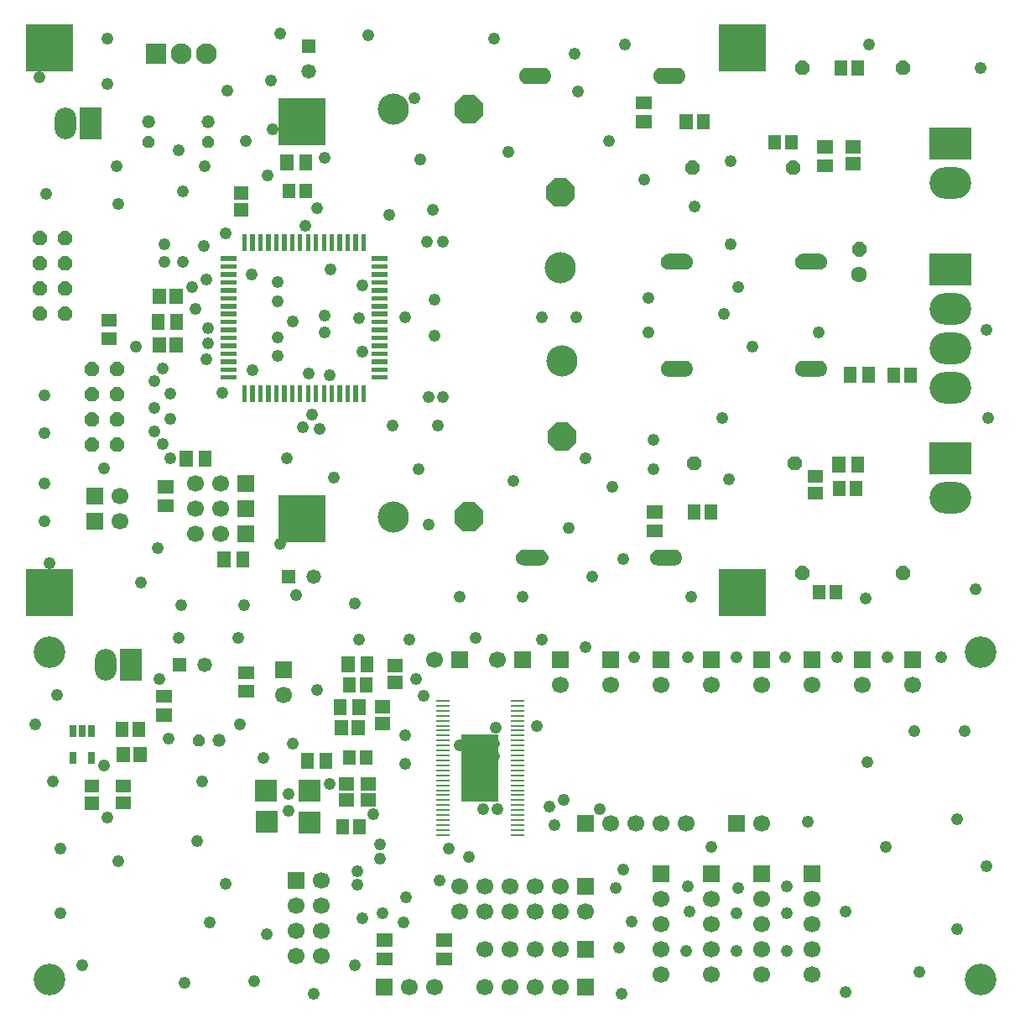
<source format=gts>
G04 DipTrace 2.3.1.0*
%INamp_tas5631.gts*%
%MOIN*%
%ADD30C,0.052*%
%ADD31C,0.124*%
%ADD32C,0.063*%
%ADD42R,0.058X0.011*%
%ADD43R,0.145X0.267*%
%ADD54C,0.126*%
%ADD61C,0.0479*%
%ADD62R,0.063X0.0531*%
%ADD64O,0.1654X0.126*%
%ADD66R,0.1654X0.126*%
%ADD68O,0.0866X0.126*%
%ADD70R,0.0866X0.126*%
%ADD72C,0.0827*%
%ADD73C,0.0669*%
%ADD74R,0.0827X0.0827*%
%ADD75R,0.0669X0.0669*%
%ADD80R,0.0315X0.0512*%
%ADD82R,0.0866X0.0866*%
%ADD84R,0.185X0.185*%
%ADD88R,0.0579X0.0579*%
%ADD90C,0.0579*%
%FSLAX44Y44*%
G04*
G70*
G90*
G75*
G01*
%LNTopMask*%
%LPD*%
D61*
X9688Y-29375D3*
X9245Y-10192D3*
X12500Y-18250D3*
X11375Y-8250D3*
X11938Y-16312D3*
X13625Y-13250D3*
X12375Y-10000D3*
X15312Y-11875D3*
X13500Y-11938D3*
X7438Y-10375D3*
X6875Y-10687D3*
X7500Y-12313D3*
Y-12937D3*
X7313Y-9063D3*
X11250Y-16250D3*
X11625Y-15750D3*
X8182Y-8559D3*
X9000Y-4875D3*
X9875Y-6250D3*
X12313Y-14188D3*
X10250Y-12687D3*
Y-13437D3*
X12125Y-11813D3*
X9250Y-14000D3*
X10250Y-10500D3*
Y-11250D3*
X11500Y-14125D3*
X15688Y-3188D3*
X10625Y-17500D3*
X20750Y-11875D3*
X7000Y-11563D3*
X13625Y-10625D3*
X11812Y-7562D3*
X12125Y-5562D3*
X10000Y-2500D3*
X3500Y-2625D3*
X25188Y-16750D3*
Y-17938D3*
X21813Y-20250D3*
X25000Y-11125D3*
X10062Y-4438D3*
X3500Y-813D3*
X10375Y-625D3*
X8250Y-2875D3*
X25000Y-12500D3*
X31750D3*
X28000Y-11750D3*
X22125Y-11875D3*
X15875Y-17938D3*
X15938Y-5625D3*
X3875Y-5875D3*
X22750Y-22188D3*
X6313Y-5250D3*
X6500Y-6875D3*
X7375Y-5875D3*
X1063Y-7000D3*
X3938Y-7375D3*
X19625Y-18375D3*
X16688Y-34250D3*
X15250Y-35938D3*
X7438Y-13563D3*
X6000Y-15937D3*
Y-14937D3*
X6437Y-23313D3*
X8938D3*
X11000Y-22937D3*
X5500Y-21062D3*
X14312Y-32813D3*
X10875Y-12062D3*
X19438Y-5313D3*
X27938Y-15875D3*
X21062Y-31313D3*
X4625Y-13063D3*
X5750Y-9000D3*
X16250Y-20125D3*
X28188Y-18313D3*
X16813Y-15063D3*
X16250D3*
X16813Y-8875D3*
X16188D3*
X28563Y-10688D3*
X29125Y-13063D3*
X28250Y-9000D3*
Y-5688D3*
X26813Y-7500D3*
X24063Y-1063D3*
X33750D3*
X38188Y-2000D3*
X18875Y-813D3*
X17500Y-23000D3*
X787Y-2362D3*
X1181Y-21654D3*
X5687Y-16938D3*
X5375Y-16438D3*
Y-15500D3*
X5687Y-13938D3*
X5375Y-14438D3*
X26563Y-34500D3*
X23438Y-4875D3*
X24813Y-6437D3*
X23563Y-18625D3*
X8063Y-14875D3*
X12125Y-12500D3*
X16500Y-12625D3*
Y-11188D3*
X16625Y-16188D3*
X14813D3*
X16438Y-7625D3*
X14688Y-7813D3*
X5750Y-9688D3*
X6500D3*
X26625Y-35500D3*
X13875Y-688D3*
X22062Y-1438D3*
X22188Y-2938D3*
X38438Y-12375D3*
X22500Y-17500D3*
X24000Y-21500D3*
X26688Y-23000D3*
X20000D3*
X13313Y-23250D3*
X10375Y-20875D3*
X3375Y-17875D3*
X4813Y-22438D3*
X6000Y-17500D3*
X1000Y-15000D3*
Y-16500D3*
Y-18500D3*
Y-20000D3*
X14313Y-33375D3*
X13438Y-33875D3*
Y-34438D3*
X15375Y-34938D3*
X15312Y-28500D3*
X17500Y-28875D3*
X20563Y-28125D3*
X18938Y-28188D3*
X19000Y-31438D3*
X17063Y-33000D3*
X10688Y-31500D3*
X10875Y-28813D3*
X15312Y-29625D3*
X28500Y-35563D3*
X30500D3*
X12313Y-30438D3*
X14063Y-31625D3*
X18875Y-28813D3*
X21625Y-31063D3*
X17875Y-33313D3*
X21250Y-32063D3*
X8750Y-28063D3*
X18875Y-29313D3*
X16062Y-26938D3*
X18062Y-28750D3*
X15750Y-26250D3*
X6312Y-24625D3*
X11813Y-26688D3*
X8688Y-24625D3*
X23062Y-31437D3*
X10688Y-30813D3*
X23938Y-38750D3*
X24312Y-35875D3*
X28500Y-37063D3*
X28563Y-34563D3*
X27500Y-32938D3*
X30500Y-37063D3*
X26500D3*
X31313Y-31938D3*
X1625Y-33000D3*
X3500Y-31750D3*
X7062Y-32687D3*
X1625Y-35563D3*
X38438Y-33688D3*
X33688Y-29563D3*
X23813Y-36938D3*
X24000Y-33813D3*
X13500Y-24688D3*
X15500D3*
X9813Y-36375D3*
X3938Y-33500D3*
X9313Y-38250D3*
X1313Y-30313D3*
X625Y-28063D3*
X1500Y-26875D3*
X18437Y-31438D3*
X13625Y-35750D3*
X32500Y-25375D3*
X34500D3*
X30438D3*
X28500D3*
X26563D3*
X24438D3*
X22500Y-25000D3*
X20750Y-24688D3*
X18125Y-24625D3*
X36625Y-25375D3*
X35563Y-28313D3*
X33625Y-23063D3*
X32813Y-38688D3*
X38500Y-15875D3*
X38000Y-22688D3*
X37563Y-28313D3*
X30500Y-34500D3*
X37250Y-36188D3*
X7250Y-30313D3*
X32812Y-35500D3*
X5938Y-28625D3*
X5563Y-26250D3*
X3375Y-29688D3*
X8188Y-34375D3*
X34438Y-32938D3*
X35750Y-37875D3*
X37250Y-31813D3*
X23688Y-34563D3*
X14438Y-35563D3*
X13313Y-37625D3*
X11687Y-38750D3*
X6563Y-38313D3*
X2500Y-37625D3*
X7563Y-35938D3*
G36*
X4494Y-28545D2*
X5006D1*
Y-27955D1*
X4494D1*
Y-28545D1*
G37*
G36*
X3825D2*
X4337D1*
Y-27955D1*
X3825D1*
Y-28545D1*
G37*
G36*
X4381Y-28955D2*
X3869D1*
Y-29545D1*
X4381D1*
Y-28955D1*
G37*
G36*
X5050D2*
X4538D1*
Y-29545D1*
X5050D1*
Y-28955D1*
G37*
G36*
X2580Y-30932D2*
Y-31443D1*
X3170D1*
Y-30932D1*
X2580D1*
G37*
G36*
Y-30262D2*
Y-30774D1*
X3170D1*
Y-30262D1*
X2580D1*
G37*
G36*
X4420Y-30756D2*
Y-30244D1*
X3830D1*
Y-30756D1*
X4420D1*
G37*
G36*
Y-31425D2*
Y-30913D1*
X3830D1*
Y-31425D1*
X4420D1*
G37*
D30*
X7938Y-28688D3*
G36*
X6897Y-28588D2*
X7038Y-28447D1*
X7237D1*
X7378Y-28588D1*
Y-28787D1*
X7237Y-28928D1*
X7038D1*
X6897Y-28787D1*
Y-28588D1*
G37*
G36*
X14142Y-27766D2*
Y-28278D1*
X14733D1*
Y-27766D1*
X14142D1*
G37*
G36*
Y-27097D2*
Y-27609D1*
X14733D1*
Y-27097D1*
X14142D1*
G37*
G36*
X13516Y-26795D2*
X14028D1*
Y-26205D1*
X13516D1*
Y-26795D1*
G37*
G36*
X12847D2*
X13359D1*
Y-26205D1*
X12847D1*
Y-26795D1*
G37*
G36*
X13204Y-28483D2*
X13716D1*
Y-27892D1*
X13204D1*
Y-28483D1*
G37*
G36*
X12534D2*
X13046D1*
Y-27892D1*
X12534D1*
Y-28483D1*
G37*
G36*
X14642Y-26141D2*
Y-26653D1*
X15233D1*
Y-26141D1*
X14642D1*
G37*
G36*
Y-25472D2*
Y-25984D1*
X15233D1*
Y-25472D1*
X14642D1*
G37*
G36*
X13516Y-29670D2*
X14028D1*
Y-29080D1*
X13516D1*
Y-29670D1*
G37*
G36*
X12847D2*
X13359D1*
Y-29080D1*
X12847D1*
Y-29670D1*
G37*
G36*
X13109Y-31830D2*
X12597D1*
Y-32420D1*
X13109D1*
Y-31830D1*
G37*
G36*
X13778D2*
X13266D1*
Y-32420D1*
X13778D1*
Y-31830D1*
G37*
D30*
X5125Y-4125D3*
G36*
X5225Y-5165D2*
X5365Y-5025D1*
Y-4826D1*
X5225Y-4685D1*
X5025D1*
X4885Y-4826D1*
Y-5025D1*
X5025Y-5165D1*
X5225D1*
G37*
D30*
X7500Y-4125D3*
G36*
X7599Y-5165D2*
X7740Y-5025D1*
Y-4826D1*
X7599Y-4685D1*
X7400D1*
X7260Y-4826D1*
Y-5025D1*
X7400Y-5165D1*
X7599D1*
G37*
D31*
X14870Y-3621D3*
G36*
X18443Y-3384D2*
X18108Y-3048D1*
X17633D1*
X17298Y-3384D1*
Y-3858D1*
X17633Y-4194D1*
X18108D1*
X18443Y-3858D1*
Y-3384D1*
G37*
D31*
X21496Y-9934D3*
G36*
X21259Y-6361D2*
X20923Y-6697D1*
Y-7172D1*
X21259Y-7507D1*
X21733D1*
X22069Y-7172D1*
Y-6697D1*
X21733Y-6361D1*
X21259D1*
G37*
D32*
X33375Y-10188D3*
G36*
X33254Y-8896D2*
X33084Y-9067D1*
Y-9308D1*
X33254Y-9479D1*
X33496D1*
X33666Y-9308D1*
Y-9067D1*
X33496Y-8896D1*
X33254D1*
G37*
G36*
X35006Y-13892D2*
X34494D1*
Y-14483D1*
X35006D1*
Y-13892D1*
G37*
G36*
X35675D2*
X35163D1*
Y-14483D1*
X35675D1*
Y-13892D1*
G37*
G36*
X8517Y-7369D2*
Y-7881D1*
X9108D1*
Y-7369D1*
X8517D1*
G37*
G36*
Y-6700D2*
Y-7212D1*
X9108D1*
Y-6700D1*
X8517D1*
G37*
G36*
X5819Y-10767D2*
X5307D1*
Y-11358D1*
X5819D1*
Y-10767D1*
G37*
G36*
X6488D2*
X5976D1*
Y-11358D1*
X6488D1*
Y-10767D1*
G37*
G36*
X11119Y-7170D2*
X11631D1*
Y-6580D1*
X11119D1*
Y-7170D1*
G37*
G36*
X10450D2*
X10961D1*
Y-6580D1*
X10450D1*
Y-7170D1*
G37*
G36*
X5818Y-12705D2*
X5307D1*
Y-13295D1*
X5818D1*
Y-12705D1*
G37*
G36*
X6488D2*
X5976D1*
Y-13295D1*
X6488D1*
Y-12705D1*
G37*
G36*
X31380Y-1854D2*
X31217Y-1691D1*
X30988D1*
X30825Y-1854D1*
Y-2083D1*
X30988Y-2246D1*
X31217D1*
X31380Y-2083D1*
Y-1854D1*
G37*
G36*
X35380D2*
X35217Y-1691D1*
X34988D1*
X34825Y-1854D1*
Y-2083D1*
X34988Y-2246D1*
X35217D1*
X35380Y-2083D1*
Y-1854D1*
G37*
G36*
X33057Y-2295D2*
X33568D1*
Y-1705D1*
X33057D1*
Y-2295D1*
G37*
G36*
X32387D2*
X32899D1*
Y-1705D1*
X32387D1*
Y-2295D1*
G37*
G36*
X26756Y-3830D2*
X26244D1*
Y-4420D1*
X26756D1*
Y-3830D1*
G37*
G36*
X27425D2*
X26913D1*
Y-4420D1*
X27425D1*
Y-3830D1*
G37*
D31*
X21559Y-13622D3*
G36*
X21796Y-17195D2*
X22131Y-16859D1*
Y-16385D1*
X21796Y-16049D1*
X21321D1*
X20986Y-16385D1*
Y-16859D1*
X21321Y-17195D1*
X21796D1*
G37*
G36*
X33420Y-5381D2*
Y-4869D1*
X32830D1*
Y-5381D1*
X33420D1*
G37*
G36*
Y-6050D2*
Y-5538D1*
X32830D1*
Y-6050D1*
X33420D1*
G37*
G36*
X27027Y-5823D2*
X26865Y-5660D1*
X26635D1*
X26473Y-5823D1*
Y-6052D1*
X26635Y-6215D1*
X26865D1*
X27027Y-6052D1*
Y-5823D1*
G37*
G36*
X31027D2*
X30865Y-5660D1*
X30635D1*
X30473Y-5823D1*
Y-6052D1*
X30635Y-6215D1*
X30865D1*
X31027Y-6052D1*
Y-5823D1*
G37*
G36*
X30432Y-5233D2*
X30943D1*
Y-4642D1*
X30432D1*
Y-5233D1*
G37*
G36*
X29762D2*
X30274D1*
Y-4642D1*
X29762D1*
Y-5233D1*
G37*
G36*
X30535Y-17802D2*
X30698Y-17965D1*
X30927D1*
X31090Y-17802D1*
Y-17573D1*
X30927Y-17410D1*
X30698D1*
X30535Y-17573D1*
Y-17802D1*
G37*
G36*
X26535D2*
X26698Y-17965D1*
X26927D1*
X27090Y-17802D1*
Y-17573D1*
X26927Y-17410D1*
X26698D1*
X26535Y-17573D1*
Y-17802D1*
G37*
G36*
X31330Y-18619D2*
Y-19131D1*
X31920D1*
Y-18619D1*
X31330D1*
G37*
G36*
Y-17950D2*
Y-18462D1*
X31920D1*
Y-17950D1*
X31330D1*
G37*
G36*
X32994Y-18983D2*
X33506D1*
Y-18392D1*
X32994D1*
Y-18983D1*
G37*
G36*
X32325D2*
X32837D1*
Y-18392D1*
X32325D1*
Y-18983D1*
G37*
G36*
X27068Y-19330D2*
X26557D1*
Y-19920D1*
X27068D1*
Y-19330D1*
G37*
G36*
X27738D2*
X27226D1*
Y-19920D1*
X27738D1*
Y-19330D1*
G37*
G36*
X34825Y-22162D2*
X34988Y-22324D1*
X35217D1*
X35380Y-22162D1*
Y-21932D1*
X35217Y-21770D1*
X34988D1*
X34825Y-21932D1*
Y-22162D1*
G37*
G36*
X30825D2*
X30988Y-22324D1*
X31217D1*
X31380Y-22162D1*
Y-21932D1*
X31217Y-21770D1*
X30988D1*
X30825Y-21932D1*
Y-22162D1*
G37*
G36*
X32024Y-22517D2*
X31512D1*
Y-23108D1*
X32024D1*
Y-22517D1*
G37*
G36*
X32693D2*
X32182D1*
Y-23108D1*
X32693D1*
Y-22517D1*
G37*
D31*
X14870Y-19810D3*
G36*
X18443Y-19573D2*
X18108Y-19237D1*
X17633D1*
X17298Y-19573D1*
Y-20047D1*
X17633Y-20383D1*
X18108D1*
X18443Y-20047D1*
Y-19573D1*
G37*
D90*
X7375Y-25687D3*
D88*
X6375D3*
D90*
X11500Y-2125D3*
D88*
Y-1125D3*
D90*
X11688Y-22188D3*
D88*
X10688D3*
D54*
X38189Y-25197D3*
X1181Y-38189D3*
Y-25197D3*
X38189Y-38189D3*
D75*
X14500Y-38500D3*
D73*
X15500D3*
X16500D3*
D75*
X9000Y-18500D3*
D73*
X8000D3*
X7000D3*
D75*
X9000Y-19500D3*
D73*
X8000D3*
X7000D3*
D75*
X9000Y-20500D3*
D73*
X8000D3*
X7000D3*
D75*
X10500Y-25875D3*
D73*
Y-26875D3*
G36*
X20817Y-2629D2*
X20926Y-2610D1*
X21023Y-2554D1*
X21095Y-2469D1*
X21133Y-2364D1*
Y-2253D1*
X21095Y-2148D1*
X21023Y-2063D1*
X20927Y-2007D1*
X20817Y-1987D1*
X20175D1*
X20066Y-2007D1*
X19969Y-2062D1*
X19897Y-2148D1*
X19859Y-2252D1*
Y-2364D1*
X19897Y-2469D1*
X19969Y-2554D1*
X20065Y-2610D1*
X20175Y-2629D1*
X20817D1*
G37*
G36*
X26147D2*
X26257Y-2610D1*
X26354Y-2554D1*
X26425Y-2469D1*
X26464Y-2364D1*
Y-2253D1*
X26426Y-2148D1*
X26354Y-2063D1*
X26258Y-2007D1*
X26148Y-1987D1*
X25506D1*
X25396Y-2007D1*
X25300Y-2062D1*
X25228Y-2148D1*
X25190Y-2252D1*
Y-2364D1*
X25228Y-2469D1*
X25299Y-2554D1*
X25396Y-2610D1*
X25506Y-2629D1*
X26147D1*
G37*
G36*
X26446Y-10008D2*
X26555Y-9989D1*
X26652Y-9933D1*
X26724Y-9848D1*
X26762Y-9743D1*
Y-9632D1*
X26724Y-9527D1*
X26652Y-9442D1*
X26556Y-9386D1*
X26446Y-9367D1*
X25804D1*
X25695Y-9386D1*
X25598Y-9442D1*
X25526Y-9527D1*
X25488Y-9631D1*
Y-9743D1*
X25526Y-9848D1*
X25598Y-9933D1*
X25694Y-9989D1*
X25804Y-10008D1*
X26446D1*
G37*
G36*
X31776D2*
X31886Y-9989D1*
X31983Y-9933D1*
X32054Y-9848D1*
X32093Y-9743D1*
Y-9632D1*
X32055Y-9527D1*
X31983Y-9442D1*
X31887Y-9386D1*
X31777Y-9367D1*
X31135D1*
X31025Y-9386D1*
X30929Y-9442D1*
X30857Y-9527D1*
X30819Y-9631D1*
Y-9743D1*
X30857Y-9848D1*
X30928Y-9933D1*
X31025Y-9989D1*
X31135Y-10008D1*
X31776D1*
G37*
G36*
X26446Y-14258D2*
X26555Y-14239D1*
X26652Y-14183D1*
X26724Y-14098D1*
X26762Y-13993D1*
Y-13882D1*
X26724Y-13777D1*
X26652Y-13692D1*
X26556Y-13636D1*
X26446Y-13617D1*
X25804D1*
X25695Y-13636D1*
X25598Y-13692D1*
X25526Y-13777D1*
X25488Y-13881D1*
Y-13993D1*
X25526Y-14098D1*
X25598Y-14183D1*
X25694Y-14239D1*
X25804Y-14258D1*
X26446D1*
G37*
G36*
X31776D2*
X31886Y-14239D1*
X31983Y-14183D1*
X32054Y-14098D1*
X32093Y-13993D1*
Y-13882D1*
X32055Y-13777D1*
X31983Y-13692D1*
X31887Y-13636D1*
X31777Y-13617D1*
X31135D1*
X31025Y-13636D1*
X30929Y-13692D1*
X30857Y-13777D1*
X30819Y-13881D1*
Y-13993D1*
X30857Y-14098D1*
X30928Y-14183D1*
X31025Y-14239D1*
X31135Y-14258D1*
X31776D1*
G37*
G36*
X20696Y-21758D2*
X20805Y-21739D1*
X20902Y-21683D1*
X20974Y-21598D1*
X21012Y-21493D1*
Y-21382D1*
X20974Y-21277D1*
X20902Y-21192D1*
X20806Y-21136D1*
X20696Y-21117D1*
X20054D1*
X19945Y-21136D1*
X19848Y-21192D1*
X19776Y-21277D1*
X19738Y-21381D1*
Y-21493D1*
X19776Y-21598D1*
X19848Y-21683D1*
X19944Y-21739D1*
X20054Y-21758D1*
X20696D1*
G37*
G36*
X26026D2*
X26136Y-21739D1*
X26233Y-21683D1*
X26304Y-21598D1*
X26343Y-21493D1*
Y-21382D1*
X26305Y-21277D1*
X26233Y-21192D1*
X26137Y-21136D1*
X26027Y-21117D1*
X25385D1*
X25275Y-21136D1*
X25179Y-21192D1*
X25107Y-21277D1*
X25069Y-21381D1*
Y-21493D1*
X25107Y-21598D1*
X25178Y-21683D1*
X25275Y-21739D1*
X25385Y-21758D1*
X26026D1*
G37*
D84*
X28740Y-22835D3*
X11220Y-19882D3*
X28740Y-1181D3*
X1181D3*
Y-22835D3*
X11220Y-4134D3*
D82*
X9821Y-31941D3*
X11537Y-31942D3*
Y-30683D3*
X9805D3*
G36*
X5435Y-27432D2*
Y-27943D1*
X6065D1*
Y-27432D1*
X5435D1*
G37*
G36*
Y-26684D2*
Y-27195D1*
X6065D1*
Y-26684D1*
X5435D1*
G37*
G36*
X13007Y-27060D2*
X12495D1*
Y-27690D1*
X13007D1*
Y-27060D1*
G37*
G36*
X13755D2*
X13243D1*
Y-27690D1*
X13755D1*
Y-27060D1*
G37*
G36*
X13556Y-26002D2*
X14067D1*
Y-25373D1*
X13556D1*
Y-26002D1*
G37*
G36*
X12808D2*
X13319D1*
Y-25373D1*
X12808D1*
Y-26002D1*
G37*
G36*
X9315Y-26256D2*
Y-25744D1*
X8685D1*
Y-26256D1*
X9315D1*
G37*
G36*
Y-27004D2*
Y-26492D1*
X8685D1*
Y-27004D1*
X9315D1*
G37*
G36*
X11931Y-29815D2*
X12442D1*
Y-29185D1*
X11931D1*
Y-29815D1*
G37*
G36*
X11183D2*
X11694D1*
Y-29185D1*
X11183D1*
Y-29815D1*
G37*
G36*
X14185Y-37119D2*
Y-37631D1*
X14815D1*
Y-37119D1*
X14185D1*
G37*
G36*
Y-36371D2*
Y-36883D1*
X14815D1*
Y-36371D1*
X14185D1*
G37*
G36*
X16560Y-37119D2*
Y-37631D1*
X17190D1*
Y-37119D1*
X16560D1*
G37*
G36*
Y-36371D2*
Y-36883D1*
X17190D1*
Y-36371D1*
X16560D1*
G37*
G36*
X33494Y-14502D2*
X34006D1*
Y-13873D1*
X33494D1*
Y-14502D1*
G37*
G36*
X32746D2*
X33258D1*
Y-13873D1*
X32746D1*
Y-14502D1*
G37*
G36*
X11119Y-6065D2*
X11631D1*
Y-5435D1*
X11119D1*
Y-6065D1*
G37*
G36*
X10371D2*
X10883D1*
Y-5435D1*
X10371D1*
Y-6065D1*
G37*
G36*
X5994Y-12377D2*
X6506D1*
Y-11748D1*
X5994D1*
Y-12377D1*
G37*
G36*
X5246D2*
X5758D1*
Y-11748D1*
X5246D1*
Y-12377D1*
G37*
G36*
X3248Y-12494D2*
Y-13006D1*
X3877D1*
Y-12494D1*
X3248D1*
G37*
G36*
Y-11746D2*
Y-12258D1*
X3877D1*
Y-11746D1*
X3248D1*
G37*
G36*
X25127Y-3631D2*
Y-3119D1*
X24498D1*
Y-3631D1*
X25127D1*
G37*
G36*
Y-4379D2*
Y-3867D1*
X24498D1*
Y-4379D1*
X25127D1*
G37*
G36*
X31685Y-5619D2*
Y-6131D1*
X32315D1*
Y-5619D1*
X31685D1*
G37*
G36*
Y-4871D2*
Y-5383D1*
X32315D1*
Y-4871D1*
X31685D1*
G37*
G36*
X7119Y-17815D2*
X7631D1*
Y-17185D1*
X7119D1*
Y-17815D1*
G37*
G36*
X6371D2*
X6883D1*
Y-17185D1*
X6371D1*
Y-17815D1*
G37*
G36*
X32818Y-17435D2*
X32307D1*
Y-18065D1*
X32818D1*
Y-17435D1*
G37*
G36*
X33566D2*
X33055D1*
Y-18065D1*
X33566D1*
Y-17435D1*
G37*
G36*
X6128Y-18882D2*
Y-18370D1*
X5499D1*
Y-18882D1*
X6128D1*
G37*
G36*
Y-19630D2*
Y-19118D1*
X5499D1*
Y-19630D1*
X6128D1*
G37*
G36*
X24935Y-20119D2*
Y-20631D1*
X25565D1*
Y-20119D1*
X24935D1*
G37*
G36*
Y-19371D2*
Y-19883D1*
X25565D1*
Y-19371D1*
X24935D1*
G37*
G36*
X8381Y-21185D2*
X7869D1*
Y-21815D1*
X8381D1*
Y-21185D1*
G37*
G36*
X9129D2*
X8617D1*
Y-21815D1*
X9129D1*
Y-21185D1*
G37*
D80*
X2875Y-28313D3*
X2501D3*
X2127D3*
Y-29375D3*
X2875D3*
D42*
X16812Y-27125D3*
Y-27325D3*
Y-27525D3*
Y-27715D3*
Y-27915D3*
Y-28115D3*
Y-28305D3*
Y-28505D3*
Y-28705D3*
Y-28895D3*
Y-29095D3*
Y-29295D3*
Y-29485D3*
Y-29685D3*
Y-29885D3*
Y-30085D3*
Y-30275D3*
Y-30475D3*
Y-30675D3*
Y-30865D3*
Y-31065D3*
Y-31265D3*
Y-31455D3*
Y-31655D3*
Y-31855D3*
Y-32045D3*
Y-32245D3*
Y-32445D3*
X19792D3*
Y-32245D3*
Y-32045D3*
Y-31855D3*
Y-31655D3*
Y-31455D3*
Y-31265D3*
Y-31065D3*
Y-30865D3*
Y-30675D3*
Y-30475D3*
Y-30275D3*
Y-30085D3*
Y-29885D3*
Y-29685D3*
Y-29485D3*
Y-29295D3*
Y-29095D3*
Y-28895D3*
Y-28705D3*
Y-28505D3*
Y-28305D3*
Y-28115D3*
Y-27915D3*
Y-27715D3*
Y-27525D3*
Y-27325D3*
Y-27125D3*
D43*
X18302Y-29785D3*
D74*
X5438Y-1438D3*
D72*
X6438D3*
X7438D3*
G36*
X8633Y-9472D2*
Y-9652D1*
X7993D1*
Y-9472D1*
X8633D1*
G37*
G36*
Y-9782D2*
Y-9962D1*
X7993D1*
Y-9782D1*
X8633D1*
G37*
G36*
Y-10102D2*
Y-10282D1*
X7993D1*
Y-10102D1*
X8633D1*
G37*
G36*
Y-10412D2*
Y-10592D1*
X7993D1*
Y-10412D1*
X8633D1*
G37*
G36*
Y-10732D2*
Y-10912D1*
X7993D1*
Y-10732D1*
X8633D1*
G37*
G36*
Y-11042D2*
Y-11222D1*
X7993D1*
Y-11042D1*
X8633D1*
G37*
G36*
Y-11362D2*
Y-11542D1*
X7993D1*
Y-11362D1*
X8633D1*
G37*
G36*
Y-11672D2*
Y-11852D1*
X7993D1*
Y-11672D1*
X8633D1*
G37*
G36*
Y-11992D2*
Y-12172D1*
X7993D1*
Y-11992D1*
X8633D1*
G37*
G36*
Y-12302D2*
Y-12482D1*
X7993D1*
Y-12302D1*
X8633D1*
G37*
G36*
Y-12622D2*
Y-12802D1*
X7993D1*
Y-12622D1*
X8633D1*
G37*
G36*
Y-12932D2*
Y-13112D1*
X7993D1*
Y-12932D1*
X8633D1*
G37*
G36*
Y-13252D2*
Y-13432D1*
X7993D1*
Y-13252D1*
X8633D1*
G37*
G36*
Y-13562D2*
Y-13742D1*
X7993D1*
Y-13562D1*
X8633D1*
G37*
G36*
Y-13882D2*
Y-14062D1*
X7993D1*
Y-13882D1*
X8633D1*
G37*
G36*
Y-14192D2*
Y-14372D1*
X7993D1*
Y-14192D1*
X8633D1*
G37*
G36*
X9043Y-15242D2*
X8863D1*
Y-14602D1*
X9043D1*
Y-15242D1*
G37*
G36*
X9353D2*
X9173D1*
Y-14602D1*
X9353D1*
Y-15242D1*
G37*
G36*
X9673D2*
X9493D1*
Y-14602D1*
X9673D1*
Y-15242D1*
G37*
G36*
X9983D2*
X9803D1*
Y-14602D1*
X9983D1*
Y-15242D1*
G37*
G36*
X10303D2*
X10123D1*
Y-14602D1*
X10303D1*
Y-15242D1*
G37*
G36*
X10613D2*
X10433D1*
Y-14602D1*
X10613D1*
Y-15242D1*
G37*
G36*
X10933D2*
X10753D1*
Y-14602D1*
X10933D1*
Y-15242D1*
G37*
G36*
X11243D2*
X11063D1*
Y-14602D1*
X11243D1*
Y-15242D1*
G37*
G36*
X11563D2*
X11383D1*
Y-14602D1*
X11563D1*
Y-15242D1*
G37*
G36*
X11873D2*
X11693D1*
Y-14602D1*
X11873D1*
Y-15242D1*
G37*
G36*
X12193D2*
X12013D1*
Y-14602D1*
X12193D1*
Y-15242D1*
G37*
G36*
X12503D2*
X12323D1*
Y-14602D1*
X12503D1*
Y-15242D1*
G37*
G36*
X12823D2*
X12643D1*
Y-14602D1*
X12823D1*
Y-15242D1*
G37*
G36*
X13133D2*
X12953D1*
Y-14602D1*
X13133D1*
Y-15242D1*
G37*
G36*
X13453D2*
X13273D1*
Y-14602D1*
X13453D1*
Y-15242D1*
G37*
G36*
X13763D2*
X13583D1*
Y-14602D1*
X13763D1*
Y-15242D1*
G37*
G36*
X14633Y-14192D2*
Y-14372D1*
X13993D1*
Y-14192D1*
X14633D1*
G37*
G36*
Y-13882D2*
Y-14062D1*
X13993D1*
Y-13882D1*
X14633D1*
G37*
G36*
Y-13562D2*
Y-13742D1*
X13993D1*
Y-13562D1*
X14633D1*
G37*
G36*
Y-13252D2*
Y-13432D1*
X13993D1*
Y-13252D1*
X14633D1*
G37*
G36*
Y-12932D2*
Y-13112D1*
X13993D1*
Y-12932D1*
X14633D1*
G37*
G36*
Y-12622D2*
Y-12802D1*
X13993D1*
Y-12622D1*
X14633D1*
G37*
G36*
Y-12302D2*
Y-12482D1*
X13993D1*
Y-12302D1*
X14633D1*
G37*
G36*
Y-11992D2*
Y-12172D1*
X13993D1*
Y-11992D1*
X14633D1*
G37*
G36*
Y-11672D2*
Y-11852D1*
X13993D1*
Y-11672D1*
X14633D1*
G37*
G36*
Y-11362D2*
Y-11542D1*
X13993D1*
Y-11362D1*
X14633D1*
G37*
G36*
Y-11042D2*
Y-11222D1*
X13993D1*
Y-11042D1*
X14633D1*
G37*
G36*
Y-10732D2*
Y-10912D1*
X13993D1*
Y-10732D1*
X14633D1*
G37*
G36*
Y-10412D2*
Y-10592D1*
X13993D1*
Y-10412D1*
X14633D1*
G37*
G36*
Y-10102D2*
Y-10282D1*
X13993D1*
Y-10102D1*
X14633D1*
G37*
G36*
Y-9782D2*
Y-9962D1*
X13993D1*
Y-9782D1*
X14633D1*
G37*
G36*
Y-9472D2*
Y-9652D1*
X13993D1*
Y-9472D1*
X14633D1*
G37*
G36*
X13763Y-9242D2*
X13583D1*
Y-8602D1*
X13763D1*
Y-9242D1*
G37*
G36*
X13453D2*
X13273D1*
Y-8602D1*
X13453D1*
Y-9242D1*
G37*
G36*
X13133D2*
X12953D1*
Y-8602D1*
X13133D1*
Y-9242D1*
G37*
G36*
X12823D2*
X12643D1*
Y-8602D1*
X12823D1*
Y-9242D1*
G37*
G36*
X12503D2*
X12323D1*
Y-8602D1*
X12503D1*
Y-9242D1*
G37*
G36*
X12193D2*
X12013D1*
Y-8602D1*
X12193D1*
Y-9242D1*
G37*
G36*
X11873D2*
X11693D1*
Y-8602D1*
X11873D1*
Y-9242D1*
G37*
G36*
X11563D2*
X11383D1*
Y-8602D1*
X11563D1*
Y-9242D1*
G37*
G36*
X11243D2*
X11063D1*
Y-8602D1*
X11243D1*
Y-9242D1*
G37*
G36*
X10933D2*
X10753D1*
Y-8602D1*
X10933D1*
Y-9242D1*
G37*
G36*
X10613D2*
X10433D1*
Y-8602D1*
X10613D1*
Y-9242D1*
G37*
G36*
X10303D2*
X10123D1*
Y-8602D1*
X10303D1*
Y-9242D1*
G37*
G36*
X9983D2*
X9803D1*
Y-8602D1*
X9983D1*
Y-9242D1*
G37*
G36*
X9673D2*
X9493D1*
Y-8602D1*
X9673D1*
Y-9242D1*
G37*
G36*
X9353D2*
X9173D1*
Y-8602D1*
X9353D1*
Y-9242D1*
G37*
G36*
X9043D2*
X8863D1*
Y-8602D1*
X9043D1*
Y-9242D1*
G37*
D70*
X4437Y-25687D3*
D68*
X3437D3*
D75*
X20000Y-25500D3*
D73*
X19000D3*
D75*
X21500D3*
D73*
Y-26500D3*
D75*
X17500Y-25500D3*
D73*
X16500D3*
D75*
X23500D3*
D73*
Y-26500D3*
D75*
X25500Y-25500D3*
D73*
Y-26500D3*
D75*
X27500Y-25500D3*
D73*
Y-26500D3*
D75*
X29500Y-25500D3*
D73*
Y-26500D3*
D75*
X31500Y-25500D3*
D73*
Y-26500D3*
D75*
X11000Y-34250D3*
D73*
X12000D3*
X11000Y-35250D3*
X12000D3*
X11000Y-36250D3*
X12000D3*
X11000Y-37250D3*
X12000D3*
D75*
X33500Y-25500D3*
D73*
Y-26500D3*
D75*
X22500Y-32000D3*
D73*
X23500D3*
X24500D3*
X25500D3*
X26500D3*
D75*
X35500Y-25500D3*
D73*
Y-26500D3*
D75*
X28500Y-32000D3*
D73*
X29500D3*
D75*
X25500Y-34000D3*
D73*
Y-35000D3*
Y-36000D3*
Y-37000D3*
Y-38000D3*
D75*
X22500Y-34500D3*
D73*
Y-35500D3*
X21500Y-34500D3*
Y-35500D3*
X20500Y-34500D3*
Y-35500D3*
X19500Y-34500D3*
Y-35500D3*
X18500Y-34500D3*
Y-35500D3*
X17500Y-34500D3*
Y-35500D3*
D75*
X27500Y-34000D3*
D73*
Y-35000D3*
Y-36000D3*
Y-37000D3*
Y-38000D3*
D75*
X22500Y-38500D3*
D73*
X21500D3*
X20500D3*
X19500D3*
X18500D3*
D75*
X22500Y-37000D3*
D73*
X21500D3*
X20500D3*
X19500D3*
X18500D3*
D75*
X29500Y-34000D3*
D73*
Y-35000D3*
Y-36000D3*
Y-37000D3*
Y-38000D3*
D75*
X31500Y-34000D3*
D73*
Y-35000D3*
Y-36000D3*
Y-37000D3*
Y-38000D3*
D70*
X2813Y-4187D3*
D68*
X1813D3*
D66*
X37000Y-10000D3*
D64*
Y-11559D3*
Y-13118D3*
Y-14677D3*
D75*
X3000Y-19000D3*
D73*
X4000D3*
D75*
X3000Y-20000D3*
D73*
X4000D3*
G36*
X1921Y-9024D2*
X2083Y-8861D1*
Y-8632D1*
X1921Y-8469D1*
X1691D1*
X1529Y-8632D1*
Y-8861D1*
X1691Y-9024D1*
X1921D1*
G37*
G36*
X921D2*
X1083Y-8861D1*
Y-8632D1*
X921Y-8469D1*
X691D1*
X529Y-8632D1*
Y-8861D1*
X691Y-9024D1*
X921D1*
G37*
G36*
X1921Y-10024D2*
X2083Y-9861D1*
Y-9632D1*
X1921Y-9469D1*
X1691D1*
X1529Y-9632D1*
Y-9861D1*
X1691Y-10024D1*
X1921D1*
G37*
G36*
X921D2*
X1083Y-9861D1*
Y-9632D1*
X921Y-9469D1*
X691D1*
X529Y-9632D1*
Y-9861D1*
X691Y-10024D1*
X921D1*
G37*
G36*
X1921Y-11024D2*
X2083Y-10861D1*
Y-10632D1*
X1921Y-10469D1*
X1691D1*
X1529Y-10632D1*
Y-10861D1*
X1691Y-11024D1*
X1921D1*
G37*
G36*
X921D2*
X1083Y-10861D1*
Y-10632D1*
X921Y-10469D1*
X691D1*
X529Y-10632D1*
Y-10861D1*
X691Y-11024D1*
X921D1*
G37*
G36*
X1921Y-12024D2*
X2083Y-11861D1*
Y-11632D1*
X1921Y-11469D1*
X1691D1*
X1529Y-11632D1*
Y-11861D1*
X1691Y-12024D1*
X1921D1*
G37*
G36*
X921D2*
X1083Y-11861D1*
Y-11632D1*
X921Y-11469D1*
X691D1*
X529Y-11632D1*
Y-11861D1*
X691Y-12024D1*
X921D1*
G37*
G36*
X2754Y-16658D2*
X2592Y-16820D1*
Y-17050D1*
X2754Y-17212D1*
X2984D1*
X3146Y-17050D1*
Y-16820D1*
X2984Y-16658D1*
X2754D1*
G37*
G36*
X3754D2*
X3592Y-16820D1*
Y-17050D1*
X3754Y-17212D1*
X3984D1*
X4146Y-17050D1*
Y-16820D1*
X3984Y-16658D1*
X3754D1*
G37*
G36*
X2754Y-15658D2*
X2592Y-15820D1*
Y-16050D1*
X2754Y-16212D1*
X2984D1*
X3146Y-16050D1*
Y-15820D1*
X2984Y-15658D1*
X2754D1*
G37*
G36*
X3754D2*
X3592Y-15820D1*
Y-16050D1*
X3754Y-16212D1*
X3984D1*
X4146Y-16050D1*
Y-15820D1*
X3984Y-15658D1*
X3754D1*
G37*
G36*
X2754Y-14658D2*
X2592Y-14820D1*
Y-15050D1*
X2754Y-15212D1*
X2984D1*
X3146Y-15050D1*
Y-14820D1*
X2984Y-14658D1*
X2754D1*
G37*
G36*
X3754D2*
X3592Y-14820D1*
Y-15050D1*
X3754Y-15212D1*
X3984D1*
X4146Y-15050D1*
Y-14820D1*
X3984Y-14658D1*
X3754D1*
G37*
G36*
X2754Y-13658D2*
X2592Y-13820D1*
Y-14050D1*
X2754Y-14212D1*
X2984D1*
X3146Y-14050D1*
Y-13820D1*
X2984Y-13658D1*
X2754D1*
G37*
G36*
X3754D2*
X3592Y-13820D1*
Y-14050D1*
X3754Y-14212D1*
X3984D1*
X4146Y-14050D1*
Y-13820D1*
X3984Y-13658D1*
X3754D1*
G37*
D66*
X37000Y-5000D3*
D64*
Y-6559D3*
D66*
Y-17500D3*
D64*
Y-19059D3*
D62*
X13871Y-30435D3*
X13004D3*
Y-31065D3*
X13871D3*
M02*

</source>
